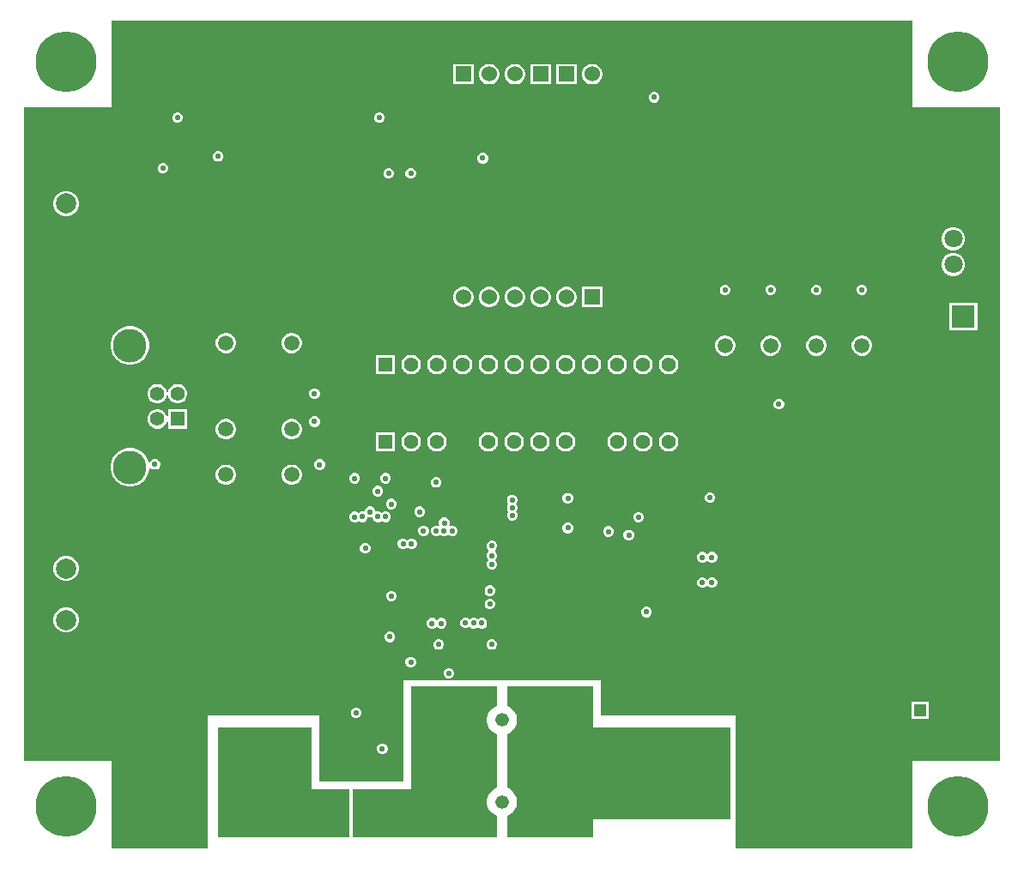
<source format=gbr>
%TF.GenerationSoftware,Altium Limited,Altium Designer,25.2.1 (25)*%
G04 Layer_Physical_Order=3*
G04 Layer_Color=16440176*
%FSLAX43Y43*%
%MOMM*%
%TF.SameCoordinates,14BE83A4-B3EB-4770-8DB1-726BE69DDD70*%
%TF.FilePolarity,Positive*%
%TF.FileFunction,Copper,L3,Inr,Signal*%
%TF.Part,Single*%
G01*
G75*
%TA.AperFunction,ComponentPad*%
%ADD16C,1.500*%
%ADD17R,1.500X1.500*%
%ADD18C,1.524*%
%ADD19R,1.524X1.524*%
%ADD20C,2.300*%
%ADD21C,1.200*%
%ADD22R,1.200X1.200*%
%ADD23C,2.400*%
%ADD24C,1.325*%
%ADD25C,1.800*%
%ADD26C,2.000*%
%ADD27C,1.425*%
%ADD28C,2.250*%
%ADD29R,1.408X1.408*%
%ADD30C,3.316*%
%ADD31C,1.408*%
%TA.AperFunction,ViaPad*%
%ADD32C,6.000*%
%TA.AperFunction,ComponentPad*%
%ADD33R,1.425X1.425*%
%ADD34R,2.250X2.250*%
%TA.AperFunction,ViaPad*%
%ADD35C,0.550*%
G36*
X56500Y12290D02*
X70040D01*
Y3210D01*
X56500D01*
Y1500D01*
X48000D01*
Y3566D01*
X48199Y3648D01*
X48440Y3809D01*
X48646Y4015D01*
X48807Y4256D01*
X48918Y4525D01*
X48975Y4810D01*
Y5100D01*
X48918Y5385D01*
X48807Y5654D01*
X48646Y5895D01*
X48440Y6101D01*
X48199Y6262D01*
X48000Y6344D01*
Y11656D01*
X48199Y11738D01*
X48440Y11899D01*
X48646Y12105D01*
X48807Y12346D01*
X48918Y12615D01*
X48975Y12900D01*
Y13190D01*
X48918Y13475D01*
X48807Y13744D01*
X48646Y13985D01*
X48440Y14191D01*
X48199Y14352D01*
X48000Y14434D01*
Y16400D01*
X56500D01*
Y12290D01*
D02*
G37*
G36*
X47000Y14434D02*
X46801Y14352D01*
X46560Y14191D01*
X46354Y13985D01*
X46193Y13744D01*
X46082Y13475D01*
X46025Y13190D01*
Y12900D01*
X46082Y12615D01*
X46193Y12346D01*
X46354Y12105D01*
X46560Y11899D01*
X46801Y11738D01*
X47000Y11656D01*
Y6344D01*
X46801Y6262D01*
X46560Y6101D01*
X46354Y5895D01*
X46193Y5654D01*
X46082Y5385D01*
X46025Y5100D01*
Y4810D01*
X46082Y4525D01*
X46193Y4256D01*
X46354Y4015D01*
X46560Y3809D01*
X46801Y3648D01*
X47000Y3566D01*
Y1500D01*
X32800D01*
Y6250D01*
X38500D01*
Y16400D01*
X47000D01*
Y14434D01*
D02*
G37*
G36*
X28750Y6250D02*
X32400D01*
Y1500D01*
X19500D01*
Y12290D01*
X28750D01*
Y6250D01*
D02*
G37*
G36*
X88000Y73500D02*
X96616D01*
Y9000D01*
X88000D01*
Y384D01*
X70500D01*
Y13500D01*
X57250D01*
Y17000D01*
X37750D01*
Y7000D01*
X29500D01*
Y13500D01*
X18500D01*
Y384D01*
X9000D01*
Y9000D01*
X384D01*
Y73500D01*
X9000D01*
Y82116D01*
X88000D01*
Y73500D01*
D02*
G37*
%LPC*%
G36*
X56521Y77798D02*
X56255D01*
X55997Y77729D01*
X55767Y77596D01*
X55578Y77407D01*
X55445Y77177D01*
X55376Y76919D01*
Y76653D01*
X55445Y76395D01*
X55578Y76165D01*
X55767Y75976D01*
X55997Y75843D01*
X56255Y75774D01*
X56521D01*
X56779Y75843D01*
X57009Y75976D01*
X57198Y76165D01*
X57331Y76395D01*
X57400Y76653D01*
Y76919D01*
X57331Y77177D01*
X57198Y77407D01*
X57009Y77596D01*
X56779Y77729D01*
X56521Y77798D01*
D02*
G37*
G36*
X54860D02*
X52836D01*
Y75774D01*
X54860D01*
Y77798D01*
D02*
G37*
G36*
X52320D02*
X50296D01*
Y75774D01*
X52320D01*
Y77798D01*
D02*
G37*
G36*
X48901D02*
X48635D01*
X48377Y77729D01*
X48147Y77596D01*
X47958Y77407D01*
X47825Y77177D01*
X47756Y76919D01*
Y76653D01*
X47825Y76395D01*
X47958Y76165D01*
X48147Y75976D01*
X48377Y75843D01*
X48635Y75774D01*
X48901D01*
X49159Y75843D01*
X49389Y75976D01*
X49578Y76165D01*
X49711Y76395D01*
X49780Y76653D01*
Y76919D01*
X49711Y77177D01*
X49578Y77407D01*
X49389Y77596D01*
X49159Y77729D01*
X48901Y77798D01*
D02*
G37*
G36*
X46361D02*
X46095D01*
X45837Y77729D01*
X45607Y77596D01*
X45418Y77407D01*
X45285Y77177D01*
X45216Y76919D01*
Y76653D01*
X45285Y76395D01*
X45418Y76165D01*
X45607Y75976D01*
X45837Y75843D01*
X46095Y75774D01*
X46361D01*
X46619Y75843D01*
X46849Y75976D01*
X47038Y76165D01*
X47171Y76395D01*
X47240Y76653D01*
Y76919D01*
X47171Y77177D01*
X47038Y77407D01*
X46849Y77596D01*
X46619Y77729D01*
X46361Y77798D01*
D02*
G37*
G36*
X44700D02*
X42676D01*
Y75774D01*
X44700D01*
Y77798D01*
D02*
G37*
G36*
X62604Y75025D02*
X62396D01*
X62203Y74945D01*
X62055Y74797D01*
X61975Y74604D01*
Y74396D01*
X62055Y74203D01*
X62203Y74055D01*
X62396Y73975D01*
X62604D01*
X62797Y74055D01*
X62945Y74203D01*
X63025Y74396D01*
Y74604D01*
X62945Y74797D01*
X62797Y74945D01*
X62604Y75025D01*
D02*
G37*
G36*
X35504Y73025D02*
X35296D01*
X35103Y72945D01*
X34955Y72797D01*
X34875Y72604D01*
Y72396D01*
X34955Y72203D01*
X35103Y72055D01*
X35296Y71975D01*
X35504D01*
X35697Y72055D01*
X35845Y72203D01*
X35925Y72396D01*
Y72604D01*
X35845Y72797D01*
X35697Y72945D01*
X35504Y73025D01*
D02*
G37*
G36*
X15604D02*
X15396D01*
X15203Y72945D01*
X15055Y72797D01*
X14975Y72604D01*
Y72396D01*
X15055Y72203D01*
X15203Y72055D01*
X15396Y71975D01*
X15604D01*
X15797Y72055D01*
X15945Y72203D01*
X16025Y72396D01*
Y72604D01*
X15945Y72797D01*
X15797Y72945D01*
X15604Y73025D01*
D02*
G37*
G36*
X19604Y69200D02*
X19396D01*
X19203Y69120D01*
X19055Y68972D01*
X18975Y68779D01*
Y68571D01*
X19055Y68378D01*
X19203Y68230D01*
X19396Y68150D01*
X19604D01*
X19797Y68230D01*
X19945Y68378D01*
X20025Y68571D01*
Y68779D01*
X19945Y68972D01*
X19797Y69120D01*
X19604Y69200D01*
D02*
G37*
G36*
X45704Y69025D02*
X45496D01*
X45303Y68945D01*
X45155Y68797D01*
X45075Y68604D01*
Y68396D01*
X45155Y68203D01*
X45303Y68055D01*
X45496Y67975D01*
X45704D01*
X45897Y68055D01*
X46045Y68203D01*
X46125Y68396D01*
Y68604D01*
X46045Y68797D01*
X45897Y68945D01*
X45704Y69025D01*
D02*
G37*
G36*
X14164Y68025D02*
X13955D01*
X13763Y67945D01*
X13615Y67797D01*
X13535Y67604D01*
Y67396D01*
X13615Y67203D01*
X13763Y67055D01*
X13955Y66975D01*
X14164D01*
X14357Y67055D01*
X14505Y67203D01*
X14585Y67396D01*
Y67604D01*
X14505Y67797D01*
X14357Y67945D01*
X14164Y68025D01*
D02*
G37*
G36*
X38604Y67525D02*
X38396D01*
X38203Y67445D01*
X38055Y67297D01*
X37975Y67104D01*
Y66896D01*
X38055Y66703D01*
X38203Y66555D01*
X38396Y66475D01*
X38604D01*
X38797Y66555D01*
X38945Y66703D01*
X39025Y66896D01*
Y67104D01*
X38945Y67297D01*
X38797Y67445D01*
X38604Y67525D01*
D02*
G37*
G36*
X36426D02*
X36218D01*
X36025Y67445D01*
X35877Y67297D01*
X35797Y67104D01*
Y66896D01*
X35877Y66703D01*
X36025Y66555D01*
X36218Y66475D01*
X36426D01*
X36619Y66555D01*
X36767Y66703D01*
X36847Y66896D01*
Y67104D01*
X36767Y67297D01*
X36619Y67445D01*
X36426Y67525D01*
D02*
G37*
G36*
X4665Y65250D02*
X4335D01*
X4018Y65165D01*
X3732Y65000D01*
X3500Y64768D01*
X3335Y64482D01*
X3250Y64165D01*
Y63835D01*
X3335Y63518D01*
X3500Y63232D01*
X3732Y63000D01*
X4018Y62835D01*
X4335Y62750D01*
X4665D01*
X4982Y62835D01*
X5268Y63000D01*
X5500Y63232D01*
X5665Y63518D01*
X5750Y63835D01*
Y64165D01*
X5665Y64482D01*
X5500Y64768D01*
X5268Y65000D01*
X4982Y65165D01*
X4665Y65250D01*
D02*
G37*
G36*
X92151Y61690D02*
X91849D01*
X91556Y61612D01*
X91294Y61460D01*
X91080Y61246D01*
X90928Y60984D01*
X90850Y60691D01*
Y60389D01*
X90928Y60096D01*
X91080Y59834D01*
X91294Y59620D01*
X91556Y59468D01*
X91849Y59390D01*
X92151D01*
X92444Y59468D01*
X92706Y59620D01*
X92920Y59834D01*
X93072Y60096D01*
X93150Y60389D01*
Y60691D01*
X93072Y60984D01*
X92920Y61246D01*
X92706Y61460D01*
X92444Y61612D01*
X92151Y61690D01*
D02*
G37*
G36*
Y59150D02*
X91849D01*
X91556Y59072D01*
X91294Y58920D01*
X91080Y58706D01*
X90928Y58444D01*
X90850Y58151D01*
Y57849D01*
X90928Y57556D01*
X91080Y57294D01*
X91294Y57080D01*
X91556Y56928D01*
X91849Y56850D01*
X92151D01*
X92444Y56928D01*
X92706Y57080D01*
X92920Y57294D01*
X93072Y57556D01*
X93150Y57849D01*
Y58151D01*
X93072Y58444D01*
X92920Y58706D01*
X92706Y58920D01*
X92444Y59072D01*
X92151Y59150D01*
D02*
G37*
G36*
X83104Y56025D02*
X82896D01*
X82703Y55945D01*
X82555Y55797D01*
X82475Y55604D01*
Y55396D01*
X82555Y55203D01*
X82703Y55055D01*
X82896Y54975D01*
X83104D01*
X83297Y55055D01*
X83445Y55203D01*
X83525Y55396D01*
Y55604D01*
X83445Y55797D01*
X83297Y55945D01*
X83104Y56025D01*
D02*
G37*
G36*
X74104D02*
X73896D01*
X73703Y55945D01*
X73555Y55797D01*
X73475Y55604D01*
Y55396D01*
X73555Y55203D01*
X73703Y55055D01*
X73896Y54975D01*
X74104D01*
X74297Y55055D01*
X74445Y55203D01*
X74525Y55396D01*
Y55604D01*
X74445Y55797D01*
X74297Y55945D01*
X74104Y56025D01*
D02*
G37*
G36*
X78604Y56010D02*
X78396D01*
X78203Y55930D01*
X78055Y55782D01*
X77975Y55589D01*
Y55380D01*
X78055Y55188D01*
X78203Y55040D01*
X78396Y54960D01*
X78604D01*
X78797Y55040D01*
X78945Y55188D01*
X79025Y55380D01*
Y55589D01*
X78945Y55782D01*
X78797Y55930D01*
X78604Y56010D01*
D02*
G37*
G36*
X69604D02*
X69396D01*
X69203Y55930D01*
X69055Y55782D01*
X68975Y55589D01*
Y55380D01*
X69055Y55188D01*
X69203Y55040D01*
X69396Y54960D01*
X69604D01*
X69797Y55040D01*
X69945Y55188D01*
X70025Y55380D01*
Y55589D01*
X69945Y55782D01*
X69797Y55930D01*
X69604Y56010D01*
D02*
G37*
G36*
X57400Y55798D02*
X55376D01*
Y53774D01*
X57400D01*
Y55798D01*
D02*
G37*
G36*
X53981D02*
X53715D01*
X53457Y55729D01*
X53227Y55596D01*
X53038Y55407D01*
X52905Y55177D01*
X52836Y54919D01*
Y54653D01*
X52905Y54395D01*
X53038Y54165D01*
X53227Y53976D01*
X53457Y53843D01*
X53715Y53774D01*
X53981D01*
X54239Y53843D01*
X54469Y53976D01*
X54658Y54165D01*
X54791Y54395D01*
X54860Y54653D01*
Y54919D01*
X54791Y55177D01*
X54658Y55407D01*
X54469Y55596D01*
X54239Y55729D01*
X53981Y55798D01*
D02*
G37*
G36*
X51441D02*
X51175D01*
X50917Y55729D01*
X50687Y55596D01*
X50498Y55407D01*
X50365Y55177D01*
X50296Y54919D01*
Y54653D01*
X50365Y54395D01*
X50498Y54165D01*
X50687Y53976D01*
X50917Y53843D01*
X51175Y53774D01*
X51441D01*
X51699Y53843D01*
X51929Y53976D01*
X52118Y54165D01*
X52251Y54395D01*
X52320Y54653D01*
Y54919D01*
X52251Y55177D01*
X52118Y55407D01*
X51929Y55596D01*
X51699Y55729D01*
X51441Y55798D01*
D02*
G37*
G36*
X48901D02*
X48635D01*
X48377Y55729D01*
X48147Y55596D01*
X47958Y55407D01*
X47825Y55177D01*
X47756Y54919D01*
Y54653D01*
X47825Y54395D01*
X47958Y54165D01*
X48147Y53976D01*
X48377Y53843D01*
X48635Y53774D01*
X48901D01*
X49159Y53843D01*
X49389Y53976D01*
X49578Y54165D01*
X49711Y54395D01*
X49780Y54653D01*
Y54919D01*
X49711Y55177D01*
X49578Y55407D01*
X49389Y55596D01*
X49159Y55729D01*
X48901Y55798D01*
D02*
G37*
G36*
X46361D02*
X46095D01*
X45837Y55729D01*
X45607Y55596D01*
X45418Y55407D01*
X45285Y55177D01*
X45216Y54919D01*
Y54653D01*
X45285Y54395D01*
X45418Y54165D01*
X45607Y53976D01*
X45837Y53843D01*
X46095Y53774D01*
X46361D01*
X46619Y53843D01*
X46849Y53976D01*
X47038Y54165D01*
X47171Y54395D01*
X47240Y54653D01*
Y54919D01*
X47171Y55177D01*
X47038Y55407D01*
X46849Y55596D01*
X46619Y55729D01*
X46361Y55798D01*
D02*
G37*
G36*
X43821D02*
X43555D01*
X43297Y55729D01*
X43067Y55596D01*
X42878Y55407D01*
X42745Y55177D01*
X42676Y54919D01*
Y54653D01*
X42745Y54395D01*
X42878Y54165D01*
X43067Y53976D01*
X43297Y53843D01*
X43555Y53774D01*
X43821D01*
X44079Y53843D01*
X44309Y53976D01*
X44498Y54165D01*
X44631Y54395D01*
X44700Y54653D01*
Y54919D01*
X44631Y55177D01*
X44498Y55407D01*
X44309Y55596D01*
X44079Y55729D01*
X43821Y55798D01*
D02*
G37*
G36*
X94375Y54225D02*
X91625D01*
Y51475D01*
X94375D01*
Y54225D01*
D02*
G37*
G36*
X26882Y51250D02*
X26618D01*
X26364Y51182D01*
X26136Y51050D01*
X25950Y50864D01*
X25818Y50636D01*
X25750Y50382D01*
Y50118D01*
X25818Y49864D01*
X25950Y49636D01*
X26136Y49450D01*
X26364Y49318D01*
X26618Y49250D01*
X26882D01*
X27136Y49318D01*
X27364Y49450D01*
X27550Y49636D01*
X27682Y49864D01*
X27750Y50118D01*
Y50382D01*
X27682Y50636D01*
X27550Y50864D01*
X27364Y51050D01*
X27136Y51182D01*
X26882Y51250D01*
D02*
G37*
G36*
X20382D02*
X20118D01*
X19864Y51182D01*
X19636Y51050D01*
X19450Y50864D01*
X19318Y50636D01*
X19250Y50382D01*
Y50118D01*
X19318Y49864D01*
X19450Y49636D01*
X19636Y49450D01*
X19864Y49318D01*
X20118Y49250D01*
X20382D01*
X20636Y49318D01*
X20864Y49450D01*
X21050Y49636D01*
X21182Y49864D01*
X21250Y50118D01*
Y50382D01*
X21182Y50636D01*
X21050Y50864D01*
X20864Y51050D01*
X20636Y51182D01*
X20382Y51250D01*
D02*
G37*
G36*
X83132Y51000D02*
X82868D01*
X82614Y50932D01*
X82386Y50800D01*
X82200Y50614D01*
X82068Y50386D01*
X82000Y50132D01*
Y49868D01*
X82068Y49614D01*
X82200Y49386D01*
X82386Y49200D01*
X82614Y49068D01*
X82868Y49000D01*
X83132D01*
X83386Y49068D01*
X83614Y49200D01*
X83800Y49386D01*
X83932Y49614D01*
X84000Y49868D01*
Y50132D01*
X83932Y50386D01*
X83800Y50614D01*
X83614Y50800D01*
X83386Y50932D01*
X83132Y51000D01*
D02*
G37*
G36*
X78632D02*
X78368D01*
X78114Y50932D01*
X77886Y50800D01*
X77700Y50614D01*
X77568Y50386D01*
X77500Y50132D01*
Y49868D01*
X77568Y49614D01*
X77700Y49386D01*
X77886Y49200D01*
X78114Y49068D01*
X78368Y49000D01*
X78632D01*
X78886Y49068D01*
X79114Y49200D01*
X79300Y49386D01*
X79432Y49614D01*
X79500Y49868D01*
Y50132D01*
X79432Y50386D01*
X79300Y50614D01*
X79114Y50800D01*
X78886Y50932D01*
X78632Y51000D01*
D02*
G37*
G36*
X74132D02*
X73868D01*
X73614Y50932D01*
X73386Y50800D01*
X73200Y50614D01*
X73068Y50386D01*
X73000Y50132D01*
Y49868D01*
X73068Y49614D01*
X73200Y49386D01*
X73386Y49200D01*
X73614Y49068D01*
X73868Y49000D01*
X74132D01*
X74386Y49068D01*
X74614Y49200D01*
X74800Y49386D01*
X74932Y49614D01*
X75000Y49868D01*
Y50132D01*
X74932Y50386D01*
X74800Y50614D01*
X74614Y50800D01*
X74386Y50932D01*
X74132Y51000D01*
D02*
G37*
G36*
X69632D02*
X69368D01*
X69114Y50932D01*
X68886Y50800D01*
X68700Y50614D01*
X68568Y50386D01*
X68500Y50132D01*
Y49868D01*
X68568Y49614D01*
X68700Y49386D01*
X68886Y49200D01*
X69114Y49068D01*
X69368Y49000D01*
X69632D01*
X69886Y49068D01*
X70114Y49200D01*
X70300Y49386D01*
X70432Y49614D01*
X70500Y49868D01*
Y50132D01*
X70432Y50386D01*
X70300Y50614D01*
X70114Y50800D01*
X69886Y50932D01*
X69632Y51000D01*
D02*
G37*
G36*
X10988Y51928D02*
X10612D01*
X10243Y51855D01*
X9896Y51711D01*
X9584Y51502D01*
X9318Y51236D01*
X9109Y50924D01*
X8965Y50577D01*
X8892Y50208D01*
Y49832D01*
X8965Y49463D01*
X9109Y49116D01*
X9318Y48804D01*
X9584Y48538D01*
X9896Y48329D01*
X10243Y48185D01*
X10612Y48112D01*
X10988D01*
X11357Y48185D01*
X11704Y48329D01*
X12016Y48538D01*
X12282Y48804D01*
X12491Y49116D01*
X12635Y49463D01*
X12708Y49832D01*
Y50208D01*
X12635Y50577D01*
X12491Y50924D01*
X12282Y51236D01*
X12016Y51502D01*
X11704Y51711D01*
X11357Y51855D01*
X10988Y51928D01*
D02*
G37*
G36*
X64067Y49082D02*
X63814D01*
X63569Y49017D01*
X63349Y48890D01*
X63170Y48711D01*
X63043Y48491D01*
X62978Y48247D01*
Y47993D01*
X63043Y47748D01*
X63170Y47529D01*
X63349Y47350D01*
X63569Y47223D01*
X63814Y47157D01*
X64067D01*
X64312Y47223D01*
X64531Y47350D01*
X64711Y47529D01*
X64837Y47748D01*
X64903Y47993D01*
Y48247D01*
X64837Y48491D01*
X64711Y48711D01*
X64531Y48890D01*
X64312Y49017D01*
X64067Y49082D01*
D02*
G37*
G36*
X61527D02*
X61274D01*
X61029Y49017D01*
X60809Y48890D01*
X60630Y48711D01*
X60503Y48491D01*
X60438Y48247D01*
Y47993D01*
X60503Y47748D01*
X60630Y47529D01*
X60809Y47350D01*
X61029Y47223D01*
X61274Y47157D01*
X61527D01*
X61772Y47223D01*
X61991Y47350D01*
X62171Y47529D01*
X62297Y47748D01*
X62363Y47993D01*
Y48247D01*
X62297Y48491D01*
X62171Y48711D01*
X61991Y48890D01*
X61772Y49017D01*
X61527Y49082D01*
D02*
G37*
G36*
X58987D02*
X58734D01*
X58489Y49017D01*
X58269Y48890D01*
X58090Y48711D01*
X57963Y48491D01*
X57898Y48247D01*
Y47993D01*
X57963Y47748D01*
X58090Y47529D01*
X58269Y47350D01*
X58489Y47223D01*
X58734Y47157D01*
X58987D01*
X59232Y47223D01*
X59451Y47350D01*
X59631Y47529D01*
X59757Y47748D01*
X59823Y47993D01*
Y48247D01*
X59757Y48491D01*
X59631Y48711D01*
X59451Y48890D01*
X59232Y49017D01*
X58987Y49082D01*
D02*
G37*
G36*
X56447D02*
X56194D01*
X55949Y49017D01*
X55729Y48890D01*
X55550Y48711D01*
X55423Y48491D01*
X55358Y48247D01*
Y47993D01*
X55423Y47748D01*
X55550Y47529D01*
X55729Y47350D01*
X55949Y47223D01*
X56194Y47157D01*
X56447D01*
X56692Y47223D01*
X56911Y47350D01*
X57091Y47529D01*
X57217Y47748D01*
X57283Y47993D01*
Y48247D01*
X57217Y48491D01*
X57091Y48711D01*
X56911Y48890D01*
X56692Y49017D01*
X56447Y49082D01*
D02*
G37*
G36*
X53907D02*
X53654D01*
X53409Y49017D01*
X53189Y48890D01*
X53010Y48711D01*
X52883Y48491D01*
X52818Y48247D01*
Y47993D01*
X52883Y47748D01*
X53010Y47529D01*
X53189Y47350D01*
X53409Y47223D01*
X53654Y47157D01*
X53907D01*
X54152Y47223D01*
X54371Y47350D01*
X54551Y47529D01*
X54677Y47748D01*
X54743Y47993D01*
Y48247D01*
X54677Y48491D01*
X54551Y48711D01*
X54371Y48890D01*
X54152Y49017D01*
X53907Y49082D01*
D02*
G37*
G36*
X51367D02*
X51114D01*
X50869Y49017D01*
X50649Y48890D01*
X50470Y48711D01*
X50343Y48491D01*
X50278Y48247D01*
Y47993D01*
X50343Y47748D01*
X50470Y47529D01*
X50649Y47350D01*
X50869Y47223D01*
X51114Y47157D01*
X51367D01*
X51612Y47223D01*
X51831Y47350D01*
X52011Y47529D01*
X52137Y47748D01*
X52203Y47993D01*
Y48247D01*
X52137Y48491D01*
X52011Y48711D01*
X51831Y48890D01*
X51612Y49017D01*
X51367Y49082D01*
D02*
G37*
G36*
X48827D02*
X48574D01*
X48329Y49017D01*
X48109Y48890D01*
X47930Y48711D01*
X47803Y48491D01*
X47738Y48247D01*
Y47993D01*
X47803Y47748D01*
X47930Y47529D01*
X48109Y47350D01*
X48329Y47223D01*
X48574Y47157D01*
X48827D01*
X49072Y47223D01*
X49291Y47350D01*
X49471Y47529D01*
X49597Y47748D01*
X49663Y47993D01*
Y48247D01*
X49597Y48491D01*
X49471Y48711D01*
X49291Y48890D01*
X49072Y49017D01*
X48827Y49082D01*
D02*
G37*
G36*
X46287D02*
X46034D01*
X45789Y49017D01*
X45569Y48890D01*
X45390Y48711D01*
X45263Y48491D01*
X45198Y48247D01*
Y47993D01*
X45263Y47748D01*
X45390Y47529D01*
X45569Y47350D01*
X45789Y47223D01*
X46034Y47157D01*
X46287D01*
X46532Y47223D01*
X46751Y47350D01*
X46931Y47529D01*
X47057Y47748D01*
X47123Y47993D01*
Y48247D01*
X47057Y48491D01*
X46931Y48711D01*
X46751Y48890D01*
X46532Y49017D01*
X46287Y49082D01*
D02*
G37*
G36*
X43747D02*
X43494D01*
X43249Y49017D01*
X43029Y48890D01*
X42850Y48711D01*
X42723Y48491D01*
X42658Y48247D01*
Y47993D01*
X42723Y47748D01*
X42850Y47529D01*
X43029Y47350D01*
X43249Y47223D01*
X43494Y47157D01*
X43747D01*
X43992Y47223D01*
X44211Y47350D01*
X44391Y47529D01*
X44517Y47748D01*
X44583Y47993D01*
Y48247D01*
X44517Y48491D01*
X44391Y48711D01*
X44211Y48890D01*
X43992Y49017D01*
X43747Y49082D01*
D02*
G37*
G36*
X41207D02*
X40954D01*
X40709Y49017D01*
X40489Y48890D01*
X40310Y48711D01*
X40183Y48491D01*
X40118Y48247D01*
Y47993D01*
X40183Y47748D01*
X40310Y47529D01*
X40489Y47350D01*
X40709Y47223D01*
X40954Y47157D01*
X41207D01*
X41452Y47223D01*
X41671Y47350D01*
X41851Y47529D01*
X41977Y47748D01*
X42043Y47993D01*
Y48247D01*
X41977Y48491D01*
X41851Y48711D01*
X41671Y48890D01*
X41452Y49017D01*
X41207Y49082D01*
D02*
G37*
G36*
X38667D02*
X38414D01*
X38169Y49017D01*
X37949Y48890D01*
X37770Y48711D01*
X37643Y48491D01*
X37578Y48247D01*
Y47993D01*
X37643Y47748D01*
X37770Y47529D01*
X37949Y47350D01*
X38169Y47223D01*
X38414Y47157D01*
X38667D01*
X38912Y47223D01*
X39131Y47350D01*
X39311Y47529D01*
X39437Y47748D01*
X39503Y47993D01*
Y48247D01*
X39437Y48491D01*
X39311Y48711D01*
X39131Y48890D01*
X38912Y49017D01*
X38667Y49082D01*
D02*
G37*
G36*
X36963D02*
X35038D01*
Y47157D01*
X36963D01*
Y49082D01*
D02*
G37*
G36*
X15626Y46204D02*
X15374D01*
X15132Y46139D01*
X14914Y46013D01*
X14737Y45836D01*
X14611Y45618D01*
X14566Y45449D01*
X14434D01*
X14389Y45618D01*
X14263Y45836D01*
X14086Y46013D01*
X13868Y46139D01*
X13626Y46204D01*
X13374D01*
X13132Y46139D01*
X12914Y46013D01*
X12737Y45836D01*
X12611Y45618D01*
X12546Y45376D01*
Y45124D01*
X12611Y44882D01*
X12737Y44664D01*
X12914Y44487D01*
X13132Y44361D01*
X13374Y44296D01*
X13626D01*
X13868Y44361D01*
X14086Y44487D01*
X14263Y44664D01*
X14389Y44882D01*
X14434Y45051D01*
X14566D01*
X14611Y44882D01*
X14737Y44664D01*
X14914Y44487D01*
X15132Y44361D01*
X15374Y44296D01*
X15626D01*
X15868Y44361D01*
X16086Y44487D01*
X16263Y44664D01*
X16389Y44882D01*
X16454Y45124D01*
Y45376D01*
X16389Y45618D01*
X16263Y45836D01*
X16086Y46013D01*
X15868Y46139D01*
X15626Y46204D01*
D02*
G37*
G36*
X29104Y45775D02*
X28896D01*
X28703Y45695D01*
X28555Y45547D01*
X28475Y45354D01*
Y45146D01*
X28555Y44953D01*
X28703Y44805D01*
X28896Y44725D01*
X29104D01*
X29297Y44805D01*
X29445Y44953D01*
X29525Y45146D01*
Y45354D01*
X29445Y45547D01*
X29297Y45695D01*
X29104Y45775D01*
D02*
G37*
G36*
X74907Y44741D02*
X74699D01*
X74506Y44661D01*
X74358Y44513D01*
X74278Y44320D01*
Y44112D01*
X74358Y43919D01*
X74506Y43771D01*
X74699Y43691D01*
X74907D01*
X75100Y43771D01*
X75248Y43919D01*
X75328Y44112D01*
Y44320D01*
X75248Y44513D01*
X75100Y44661D01*
X74907Y44741D01*
D02*
G37*
G36*
X16454Y43704D02*
X14546D01*
Y43023D01*
X14419Y43006D01*
X14389Y43118D01*
X14263Y43336D01*
X14086Y43513D01*
X13868Y43639D01*
X13626Y43704D01*
X13374D01*
X13132Y43639D01*
X12914Y43513D01*
X12737Y43336D01*
X12611Y43118D01*
X12546Y42876D01*
Y42624D01*
X12611Y42382D01*
X12737Y42164D01*
X12914Y41987D01*
X13132Y41861D01*
X13374Y41796D01*
X13626D01*
X13868Y41861D01*
X14086Y41987D01*
X14263Y42164D01*
X14389Y42382D01*
X14419Y42494D01*
X14546Y42477D01*
Y41796D01*
X16454D01*
Y43704D01*
D02*
G37*
G36*
X29104Y43025D02*
X28896D01*
X28703Y42945D01*
X28555Y42797D01*
X28475Y42604D01*
Y42396D01*
X28555Y42203D01*
X28703Y42055D01*
X28896Y41975D01*
X29104D01*
X29297Y42055D01*
X29445Y42203D01*
X29525Y42396D01*
Y42604D01*
X29445Y42797D01*
X29297Y42945D01*
X29104Y43025D01*
D02*
G37*
G36*
X26882Y42750D02*
X26618D01*
X26364Y42682D01*
X26136Y42550D01*
X25950Y42364D01*
X25818Y42136D01*
X25750Y41882D01*
Y41618D01*
X25818Y41364D01*
X25950Y41136D01*
X26136Y40950D01*
X26364Y40818D01*
X26618Y40750D01*
X26882D01*
X27136Y40818D01*
X27364Y40950D01*
X27550Y41136D01*
X27682Y41364D01*
X27750Y41618D01*
Y41882D01*
X27682Y42136D01*
X27550Y42364D01*
X27364Y42550D01*
X27136Y42682D01*
X26882Y42750D01*
D02*
G37*
G36*
X20382D02*
X20118D01*
X19864Y42682D01*
X19636Y42550D01*
X19450Y42364D01*
X19318Y42136D01*
X19250Y41882D01*
Y41618D01*
X19318Y41364D01*
X19450Y41136D01*
X19636Y40950D01*
X19864Y40818D01*
X20118Y40750D01*
X20382D01*
X20636Y40818D01*
X20864Y40950D01*
X21050Y41136D01*
X21182Y41364D01*
X21250Y41618D01*
Y41882D01*
X21182Y42136D01*
X21050Y42364D01*
X20864Y42550D01*
X20636Y42682D01*
X20382Y42750D01*
D02*
G37*
G36*
X64067Y41462D02*
X63814D01*
X63569Y41397D01*
X63349Y41270D01*
X63170Y41091D01*
X63043Y40871D01*
X62978Y40627D01*
Y40373D01*
X63043Y40128D01*
X63170Y39909D01*
X63349Y39730D01*
X63569Y39603D01*
X63814Y39537D01*
X64067D01*
X64312Y39603D01*
X64531Y39730D01*
X64711Y39909D01*
X64837Y40128D01*
X64903Y40373D01*
Y40627D01*
X64837Y40871D01*
X64711Y41091D01*
X64531Y41270D01*
X64312Y41397D01*
X64067Y41462D01*
D02*
G37*
G36*
X61527D02*
X61274D01*
X61029Y41397D01*
X60809Y41270D01*
X60630Y41091D01*
X60503Y40871D01*
X60438Y40627D01*
Y40373D01*
X60503Y40128D01*
X60630Y39909D01*
X60809Y39730D01*
X61029Y39603D01*
X61274Y39537D01*
X61527D01*
X61772Y39603D01*
X61991Y39730D01*
X62171Y39909D01*
X62297Y40128D01*
X62363Y40373D01*
Y40627D01*
X62297Y40871D01*
X62171Y41091D01*
X61991Y41270D01*
X61772Y41397D01*
X61527Y41462D01*
D02*
G37*
G36*
X58987D02*
X58734D01*
X58489Y41397D01*
X58269Y41270D01*
X58090Y41091D01*
X57963Y40871D01*
X57898Y40627D01*
Y40373D01*
X57963Y40128D01*
X58090Y39909D01*
X58269Y39730D01*
X58489Y39603D01*
X58734Y39537D01*
X58987D01*
X59232Y39603D01*
X59451Y39730D01*
X59631Y39909D01*
X59757Y40128D01*
X59823Y40373D01*
Y40627D01*
X59757Y40871D01*
X59631Y41091D01*
X59451Y41270D01*
X59232Y41397D01*
X58987Y41462D01*
D02*
G37*
G36*
X53907D02*
X53654D01*
X53409Y41397D01*
X53189Y41270D01*
X53010Y41091D01*
X52883Y40871D01*
X52818Y40627D01*
Y40373D01*
X52883Y40128D01*
X53010Y39909D01*
X53189Y39730D01*
X53409Y39603D01*
X53654Y39537D01*
X53907D01*
X54152Y39603D01*
X54371Y39730D01*
X54551Y39909D01*
X54677Y40128D01*
X54743Y40373D01*
Y40627D01*
X54677Y40871D01*
X54551Y41091D01*
X54371Y41270D01*
X54152Y41397D01*
X53907Y41462D01*
D02*
G37*
G36*
X51367D02*
X51114D01*
X50869Y41397D01*
X50649Y41270D01*
X50470Y41091D01*
X50343Y40871D01*
X50278Y40627D01*
Y40373D01*
X50343Y40128D01*
X50470Y39909D01*
X50649Y39730D01*
X50869Y39603D01*
X51114Y39537D01*
X51367D01*
X51612Y39603D01*
X51831Y39730D01*
X52011Y39909D01*
X52137Y40128D01*
X52203Y40373D01*
Y40627D01*
X52137Y40871D01*
X52011Y41091D01*
X51831Y41270D01*
X51612Y41397D01*
X51367Y41462D01*
D02*
G37*
G36*
X48827D02*
X48574D01*
X48329Y41397D01*
X48109Y41270D01*
X47930Y41091D01*
X47803Y40871D01*
X47738Y40627D01*
Y40373D01*
X47803Y40128D01*
X47930Y39909D01*
X48109Y39730D01*
X48329Y39603D01*
X48574Y39537D01*
X48827D01*
X49072Y39603D01*
X49291Y39730D01*
X49471Y39909D01*
X49597Y40128D01*
X49663Y40373D01*
Y40627D01*
X49597Y40871D01*
X49471Y41091D01*
X49291Y41270D01*
X49072Y41397D01*
X48827Y41462D01*
D02*
G37*
G36*
X46287D02*
X46034D01*
X45789Y41397D01*
X45569Y41270D01*
X45390Y41091D01*
X45263Y40871D01*
X45198Y40627D01*
Y40373D01*
X45263Y40128D01*
X45390Y39909D01*
X45569Y39730D01*
X45789Y39603D01*
X46034Y39537D01*
X46287D01*
X46532Y39603D01*
X46751Y39730D01*
X46931Y39909D01*
X47057Y40128D01*
X47123Y40373D01*
Y40627D01*
X47057Y40871D01*
X46931Y41091D01*
X46751Y41270D01*
X46532Y41397D01*
X46287Y41462D01*
D02*
G37*
G36*
X41207D02*
X40954D01*
X40709Y41397D01*
X40489Y41270D01*
X40310Y41091D01*
X40183Y40871D01*
X40118Y40627D01*
Y40373D01*
X40183Y40128D01*
X40310Y39909D01*
X40489Y39730D01*
X40709Y39603D01*
X40954Y39537D01*
X41207D01*
X41452Y39603D01*
X41671Y39730D01*
X41851Y39909D01*
X41977Y40128D01*
X42043Y40373D01*
Y40627D01*
X41977Y40871D01*
X41851Y41091D01*
X41671Y41270D01*
X41452Y41397D01*
X41207Y41462D01*
D02*
G37*
G36*
X38667D02*
X38414D01*
X38169Y41397D01*
X37949Y41270D01*
X37770Y41091D01*
X37643Y40871D01*
X37578Y40627D01*
Y40373D01*
X37643Y40128D01*
X37770Y39909D01*
X37949Y39730D01*
X38169Y39603D01*
X38414Y39537D01*
X38667D01*
X38912Y39603D01*
X39131Y39730D01*
X39311Y39909D01*
X39437Y40128D01*
X39503Y40373D01*
Y40627D01*
X39437Y40871D01*
X39311Y41091D01*
X39131Y41270D01*
X38912Y41397D01*
X38667Y41462D01*
D02*
G37*
G36*
X36963D02*
X35038D01*
Y39537D01*
X36963D01*
Y41462D01*
D02*
G37*
G36*
X10988Y39888D02*
X10612D01*
X10243Y39815D01*
X9896Y39671D01*
X9584Y39462D01*
X9318Y39196D01*
X9109Y38884D01*
X8965Y38537D01*
X8892Y38168D01*
Y37792D01*
X8965Y37423D01*
X9109Y37076D01*
X9318Y36764D01*
X9584Y36498D01*
X9896Y36289D01*
X10243Y36145D01*
X10612Y36072D01*
X10988D01*
X11357Y36145D01*
X11704Y36289D01*
X12016Y36498D01*
X12282Y36764D01*
X12491Y37076D01*
X12635Y37423D01*
X12708Y37792D01*
Y37910D01*
X12835Y37953D01*
X12953Y37835D01*
X13146Y37755D01*
X13354D01*
X13547Y37835D01*
X13695Y37983D01*
X13775Y38176D01*
Y38384D01*
X13695Y38577D01*
X13547Y38725D01*
X13354Y38805D01*
X13146D01*
X12953Y38725D01*
X12805Y38577D01*
X12772Y38498D01*
X12640Y38511D01*
X12635Y38537D01*
X12491Y38884D01*
X12282Y39196D01*
X12016Y39462D01*
X11704Y39671D01*
X11357Y39815D01*
X10988Y39888D01*
D02*
G37*
G36*
X29604Y38775D02*
X29396D01*
X29203Y38695D01*
X29055Y38547D01*
X28975Y38354D01*
Y38146D01*
X29055Y37953D01*
X29203Y37805D01*
X29396Y37725D01*
X29604D01*
X29797Y37805D01*
X29945Y37953D01*
X30025Y38146D01*
Y38354D01*
X29945Y38547D01*
X29797Y38695D01*
X29604Y38775D01*
D02*
G37*
G36*
X36104Y37430D02*
X35896D01*
X35703Y37350D01*
X35555Y37202D01*
X35475Y37009D01*
Y36800D01*
X35555Y36608D01*
X35703Y36460D01*
X35896Y36380D01*
X36104D01*
X36297Y36460D01*
X36445Y36608D01*
X36525Y36800D01*
Y37009D01*
X36445Y37202D01*
X36297Y37350D01*
X36104Y37430D01*
D02*
G37*
G36*
X33067D02*
X32858D01*
X32665Y37350D01*
X32518Y37202D01*
X32438Y37009D01*
Y36800D01*
X32518Y36608D01*
X32665Y36460D01*
X32858Y36380D01*
X33067D01*
X33260Y36460D01*
X33408Y36608D01*
X33488Y36800D01*
Y37009D01*
X33408Y37202D01*
X33260Y37350D01*
X33067Y37430D01*
D02*
G37*
G36*
X26882Y38250D02*
X26618D01*
X26364Y38182D01*
X26136Y38050D01*
X25950Y37864D01*
X25818Y37636D01*
X25750Y37382D01*
Y37118D01*
X25818Y36864D01*
X25950Y36636D01*
X26136Y36450D01*
X26364Y36318D01*
X26618Y36250D01*
X26882D01*
X27136Y36318D01*
X27364Y36450D01*
X27550Y36636D01*
X27682Y36864D01*
X27750Y37118D01*
Y37382D01*
X27682Y37636D01*
X27550Y37864D01*
X27364Y38050D01*
X27136Y38182D01*
X26882Y38250D01*
D02*
G37*
G36*
X20382D02*
X20118D01*
X19864Y38182D01*
X19636Y38050D01*
X19450Y37864D01*
X19318Y37636D01*
X19250Y37382D01*
Y37118D01*
X19318Y36864D01*
X19450Y36636D01*
X19636Y36450D01*
X19864Y36318D01*
X20118Y36250D01*
X20382D01*
X20636Y36318D01*
X20864Y36450D01*
X21050Y36636D01*
X21182Y36864D01*
X21250Y37118D01*
Y37382D01*
X21182Y37636D01*
X21050Y37864D01*
X20864Y38050D01*
X20636Y38182D01*
X20382Y38250D01*
D02*
G37*
G36*
X41099Y37025D02*
X40890D01*
X40697Y36945D01*
X40549Y36797D01*
X40469Y36604D01*
Y36396D01*
X40549Y36203D01*
X40697Y36055D01*
X40890Y35975D01*
X41099D01*
X41292Y36055D01*
X41439Y36203D01*
X41519Y36396D01*
Y36604D01*
X41439Y36797D01*
X41292Y36945D01*
X41099Y37025D01*
D02*
G37*
G36*
X35351Y36160D02*
X35142D01*
X34949Y36080D01*
X34801Y35932D01*
X34721Y35739D01*
Y35530D01*
X34801Y35338D01*
X34949Y35190D01*
X35142Y35110D01*
X35351D01*
X35544Y35190D01*
X35691Y35338D01*
X35771Y35530D01*
Y35739D01*
X35691Y35932D01*
X35544Y36080D01*
X35351Y36160D01*
D02*
G37*
G36*
X68104Y35525D02*
X67896D01*
X67703Y35445D01*
X67555Y35297D01*
X67475Y35104D01*
Y34896D01*
X67555Y34703D01*
X67703Y34555D01*
X67896Y34475D01*
X68104D01*
X68297Y34555D01*
X68445Y34703D01*
X68525Y34896D01*
Y35104D01*
X68445Y35297D01*
X68297Y35445D01*
X68104Y35525D01*
D02*
G37*
G36*
X54104Y35465D02*
X53896D01*
X53703Y35385D01*
X53555Y35237D01*
X53475Y35045D01*
Y34836D01*
X53555Y34643D01*
X53703Y34495D01*
X53896Y34415D01*
X54104D01*
X54297Y34495D01*
X54445Y34643D01*
X54525Y34836D01*
Y35045D01*
X54445Y35237D01*
X54297Y35385D01*
X54104Y35465D01*
D02*
G37*
G36*
X36680Y34890D02*
X36472D01*
X36279Y34810D01*
X36131Y34662D01*
X36051Y34469D01*
Y34260D01*
X36131Y34068D01*
X36279Y33920D01*
X36472Y33840D01*
X36680D01*
X36873Y33920D01*
X37021Y34068D01*
X37101Y34260D01*
Y34469D01*
X37021Y34662D01*
X36873Y34810D01*
X36680Y34890D01*
D02*
G37*
G36*
X34586Y34125D02*
X34377D01*
X34184Y34045D01*
X34036Y33897D01*
X33956Y33704D01*
Y33682D01*
X33851Y33612D01*
X33827Y33622D01*
X33618D01*
X33425Y33542D01*
X33342Y33459D01*
X33260Y33540D01*
X33067Y33620D01*
X32858D01*
X32665Y33540D01*
X32518Y33392D01*
X32438Y33199D01*
Y32990D01*
X32518Y32798D01*
X32665Y32650D01*
X32858Y32570D01*
X33067D01*
X33260Y32650D01*
X33343Y32733D01*
X33425Y32652D01*
X33618Y32572D01*
X33827D01*
X34020Y32652D01*
X34167Y32799D01*
X34247Y32992D01*
Y33014D01*
X34353Y33085D01*
X34377Y33075D01*
X34586D01*
X34610Y33085D01*
X34716Y33014D01*
Y32992D01*
X34796Y32799D01*
X34943Y32652D01*
X35136Y32572D01*
X35345D01*
X35538Y32652D01*
X35620Y32734D01*
X35703Y32652D01*
X35896Y32572D01*
X36104D01*
X36297Y32652D01*
X36445Y32799D01*
X36525Y32992D01*
Y33201D01*
X36445Y33394D01*
X36297Y33542D01*
X36104Y33622D01*
X35896D01*
X35703Y33542D01*
X35620Y33460D01*
X35538Y33542D01*
X35345Y33622D01*
X35136D01*
X35112Y33612D01*
X35006Y33682D01*
Y33704D01*
X34926Y33897D01*
X34779Y34045D01*
X34586Y34125D01*
D02*
G37*
G36*
X39474D02*
X39266D01*
X39073Y34045D01*
X38925Y33897D01*
X38845Y33704D01*
Y33496D01*
X38925Y33303D01*
X39073Y33155D01*
X39266Y33075D01*
X39474D01*
X39667Y33155D01*
X39815Y33303D01*
X39895Y33496D01*
Y33704D01*
X39815Y33897D01*
X39667Y34045D01*
X39474Y34125D01*
D02*
G37*
G36*
X48604Y35275D02*
X48396D01*
X48203Y35195D01*
X48055Y35047D01*
X47975Y34854D01*
Y34646D01*
X48055Y34453D01*
X48133Y34375D01*
X48055Y34297D01*
X47975Y34104D01*
Y33896D01*
X48055Y33703D01*
X48140Y33618D01*
X48069Y33547D01*
X47989Y33354D01*
Y33146D01*
X48069Y32953D01*
X48217Y32805D01*
X48410Y32725D01*
X48618D01*
X48811Y32805D01*
X48959Y32953D01*
X49039Y33146D01*
Y33354D01*
X48959Y33547D01*
X48874Y33632D01*
X48945Y33703D01*
X49025Y33896D01*
Y34104D01*
X48945Y34297D01*
X48867Y34375D01*
X48945Y34453D01*
X49025Y34646D01*
Y34854D01*
X48945Y35047D01*
X48797Y35195D01*
X48604Y35275D01*
D02*
G37*
G36*
X61064Y33585D02*
X60856D01*
X60663Y33505D01*
X60515Y33357D01*
X60435Y33165D01*
Y32956D01*
X60515Y32763D01*
X60663Y32615D01*
X60856Y32535D01*
X61064D01*
X61257Y32615D01*
X61405Y32763D01*
X61485Y32956D01*
Y33165D01*
X61405Y33357D01*
X61257Y33505D01*
X61064Y33585D01*
D02*
G37*
G36*
X41904Y33025D02*
X41696D01*
X41503Y32945D01*
X41355Y32797D01*
X41275Y32604D01*
Y32396D01*
X41328Y32268D01*
X41231Y32170D01*
X41099Y32225D01*
X40890D01*
X40697Y32145D01*
X40549Y31997D01*
X40469Y31804D01*
Y31596D01*
X40549Y31403D01*
X40697Y31255D01*
X40890Y31175D01*
X41099D01*
X41292Y31255D01*
X41375Y31339D01*
X41459Y31255D01*
X41652Y31175D01*
X41861D01*
X42054Y31255D01*
X42178Y31379D01*
X42303Y31255D01*
X42496Y31175D01*
X42704D01*
X42897Y31255D01*
X43045Y31403D01*
X43125Y31596D01*
Y31804D01*
X43045Y31997D01*
X42897Y32145D01*
X42704Y32225D01*
X42496D01*
X42370Y32173D01*
X42273Y32270D01*
X42325Y32396D01*
Y32604D01*
X42245Y32797D01*
X42097Y32945D01*
X41904Y33025D01*
D02*
G37*
G36*
X54104Y32525D02*
X53896D01*
X53703Y32445D01*
X53555Y32297D01*
X53475Y32104D01*
Y31896D01*
X53555Y31703D01*
X53703Y31555D01*
X53896Y31475D01*
X54104D01*
X54297Y31555D01*
X54445Y31703D01*
X54525Y31896D01*
Y32104D01*
X54445Y32297D01*
X54297Y32445D01*
X54104Y32525D01*
D02*
G37*
G36*
X39855Y32225D02*
X39647D01*
X39454Y32145D01*
X39306Y31997D01*
X39226Y31804D01*
Y31596D01*
X39306Y31403D01*
X39454Y31255D01*
X39647Y31175D01*
X39855D01*
X40048Y31255D01*
X40196Y31403D01*
X40276Y31596D01*
Y31804D01*
X40196Y31997D01*
X40048Y32145D01*
X39855Y32225D01*
D02*
G37*
G36*
X58104Y32175D02*
X57896D01*
X57703Y32095D01*
X57555Y31947D01*
X57475Y31754D01*
Y31546D01*
X57555Y31353D01*
X57703Y31205D01*
X57896Y31125D01*
X58104D01*
X58297Y31205D01*
X58445Y31353D01*
X58525Y31546D01*
Y31754D01*
X58445Y31947D01*
X58297Y32095D01*
X58104Y32175D01*
D02*
G37*
G36*
X60104Y31825D02*
X59896D01*
X59703Y31745D01*
X59555Y31597D01*
X59475Y31404D01*
Y31196D01*
X59555Y31003D01*
X59703Y30855D01*
X59896Y30775D01*
X60104D01*
X60297Y30855D01*
X60445Y31003D01*
X60525Y31196D01*
Y31404D01*
X60445Y31597D01*
X60297Y31745D01*
X60104Y31825D01*
D02*
G37*
G36*
X38664Y30965D02*
X38456D01*
X38263Y30885D01*
X38145Y30767D01*
X38027Y30885D01*
X37834Y30965D01*
X37625D01*
X37432Y30885D01*
X37285Y30737D01*
X37205Y30544D01*
Y30336D01*
X37285Y30143D01*
X37432Y29995D01*
X37625Y29915D01*
X37834D01*
X38027Y29995D01*
X38145Y30113D01*
X38263Y29995D01*
X38456Y29915D01*
X38664D01*
X38857Y29995D01*
X39005Y30143D01*
X39085Y30336D01*
Y30544D01*
X39005Y30737D01*
X38857Y30885D01*
X38664Y30965D01*
D02*
G37*
G36*
X34114Y30525D02*
X33905D01*
X33713Y30445D01*
X33565Y30297D01*
X33485Y30104D01*
Y29896D01*
X33565Y29703D01*
X33713Y29555D01*
X33905Y29475D01*
X34114D01*
X34307Y29555D01*
X34455Y29703D01*
X34535Y29896D01*
Y30104D01*
X34455Y30297D01*
X34307Y30445D01*
X34114Y30525D01*
D02*
G37*
G36*
X68304Y29625D02*
X68095D01*
X67902Y29545D01*
X67807Y29450D01*
X67724Y29411D01*
X67641Y29450D01*
X67546Y29545D01*
X67353Y29625D01*
X67145D01*
X66952Y29545D01*
X66804Y29397D01*
X66724Y29204D01*
Y28996D01*
X66804Y28803D01*
X66952Y28655D01*
X67145Y28575D01*
X67353D01*
X67546Y28655D01*
X67641Y28750D01*
X67724Y28789D01*
X67807Y28750D01*
X67902Y28655D01*
X68095Y28575D01*
X68304D01*
X68497Y28655D01*
X68645Y28803D01*
X68725Y28996D01*
Y29204D01*
X68645Y29397D01*
X68497Y29545D01*
X68304Y29625D01*
D02*
G37*
G36*
X46604Y30775D02*
X46396D01*
X46203Y30695D01*
X46055Y30547D01*
X45975Y30354D01*
Y30146D01*
X46055Y29953D01*
X46183Y29824D01*
X46194Y29750D01*
X46183Y29676D01*
X46055Y29547D01*
X45975Y29354D01*
Y29146D01*
X46055Y28953D01*
X46183Y28825D01*
X46055Y28697D01*
X45975Y28504D01*
Y28296D01*
X46055Y28103D01*
X46203Y27955D01*
X46396Y27875D01*
X46604D01*
X46797Y27955D01*
X46945Y28103D01*
X47025Y28296D01*
Y28504D01*
X46945Y28697D01*
X46817Y28825D01*
X46945Y28953D01*
X47025Y29146D01*
Y29354D01*
X46945Y29547D01*
X46817Y29676D01*
X46806Y29750D01*
X46817Y29824D01*
X46945Y29953D01*
X47025Y30146D01*
Y30354D01*
X46945Y30547D01*
X46797Y30695D01*
X46604Y30775D01*
D02*
G37*
G36*
X68304Y27125D02*
X68095D01*
X67902Y27045D01*
X67807Y26950D01*
X67724Y26911D01*
X67641Y26950D01*
X67546Y27045D01*
X67353Y27125D01*
X67145D01*
X66952Y27045D01*
X66804Y26897D01*
X66724Y26704D01*
Y26496D01*
X66804Y26303D01*
X66952Y26155D01*
X67145Y26075D01*
X67353D01*
X67546Y26155D01*
X67641Y26250D01*
X67724Y26289D01*
X67807Y26250D01*
X67902Y26155D01*
X68095Y26075D01*
X68304D01*
X68497Y26155D01*
X68645Y26303D01*
X68725Y26496D01*
Y26704D01*
X68645Y26897D01*
X68497Y27045D01*
X68304Y27125D01*
D02*
G37*
G36*
X4665Y29250D02*
X4335D01*
X4018Y29165D01*
X3732Y29000D01*
X3500Y28768D01*
X3335Y28482D01*
X3250Y28165D01*
Y27835D01*
X3335Y27518D01*
X3500Y27232D01*
X3732Y27000D01*
X4018Y26835D01*
X4335Y26750D01*
X4665D01*
X4982Y26835D01*
X5268Y27000D01*
X5500Y27232D01*
X5665Y27518D01*
X5750Y27835D01*
Y28165D01*
X5665Y28482D01*
X5500Y28768D01*
X5268Y29000D01*
X4982Y29165D01*
X4665Y29250D01*
D02*
G37*
G36*
X46404Y26325D02*
X46196D01*
X46003Y26245D01*
X45855Y26097D01*
X45775Y25904D01*
Y25696D01*
X45855Y25503D01*
X46003Y25355D01*
X46196Y25275D01*
X46404D01*
X46597Y25355D01*
X46745Y25503D01*
X46825Y25696D01*
Y25904D01*
X46745Y26097D01*
X46597Y26245D01*
X46404Y26325D01*
D02*
G37*
G36*
X36680Y25798D02*
X36472D01*
X36279Y25718D01*
X36131Y25570D01*
X36051Y25377D01*
Y25169D01*
X36131Y24976D01*
X36279Y24828D01*
X36472Y24748D01*
X36680D01*
X36873Y24828D01*
X37021Y24976D01*
X37101Y25169D01*
Y25377D01*
X37021Y25570D01*
X36873Y25718D01*
X36680Y25798D01*
D02*
G37*
G36*
X46404Y25025D02*
X46196D01*
X46003Y24945D01*
X45855Y24797D01*
X45775Y24604D01*
Y24396D01*
X45855Y24203D01*
X46003Y24055D01*
X46196Y23975D01*
X46404D01*
X46597Y24055D01*
X46745Y24203D01*
X46825Y24396D01*
Y24604D01*
X46745Y24797D01*
X46597Y24945D01*
X46404Y25025D01*
D02*
G37*
G36*
X61854Y24225D02*
X61646D01*
X61453Y24145D01*
X61305Y23997D01*
X61225Y23804D01*
Y23596D01*
X61305Y23403D01*
X61453Y23255D01*
X61646Y23175D01*
X61854D01*
X62047Y23255D01*
X62195Y23403D01*
X62275Y23596D01*
Y23804D01*
X62195Y23997D01*
X62047Y24145D01*
X61854Y24225D01*
D02*
G37*
G36*
X41604Y23109D02*
X41396D01*
X41203Y23029D01*
X41133Y22960D01*
X41050Y22886D01*
X40967Y22960D01*
X40897Y23029D01*
X40704Y23109D01*
X40496D01*
X40303Y23029D01*
X40155Y22882D01*
X40075Y22689D01*
Y22480D01*
X40155Y22287D01*
X40303Y22139D01*
X40496Y22059D01*
X40704D01*
X40897Y22139D01*
X40967Y22209D01*
X41050Y22282D01*
X41133Y22209D01*
X41203Y22139D01*
X41396Y22059D01*
X41604D01*
X41797Y22139D01*
X41945Y22287D01*
X42025Y22480D01*
Y22689D01*
X41945Y22882D01*
X41797Y23029D01*
X41604Y23109D01*
D02*
G37*
G36*
X44004Y23152D02*
X43796D01*
X43603Y23072D01*
X43455Y22924D01*
X43375Y22731D01*
Y22523D01*
X43455Y22330D01*
X43603Y22182D01*
X43796Y22102D01*
X44004D01*
X44197Y22182D01*
X44286Y22271D01*
X44403Y22155D01*
X44596Y22075D01*
X44804D01*
X44997Y22155D01*
X45100Y22258D01*
X45203Y22155D01*
X45396Y22075D01*
X45604D01*
X45797Y22155D01*
X45945Y22303D01*
X46025Y22496D01*
Y22704D01*
X45945Y22897D01*
X45797Y23045D01*
X45604Y23125D01*
X45396D01*
X45203Y23045D01*
X45100Y22942D01*
X44997Y23045D01*
X44804Y23125D01*
X44596D01*
X44403Y23045D01*
X44313Y22956D01*
X44197Y23072D01*
X44004Y23152D01*
D02*
G37*
G36*
X4665Y24170D02*
X4335D01*
X4018Y24085D01*
X3732Y23920D01*
X3500Y23688D01*
X3335Y23402D01*
X3250Y23085D01*
Y22755D01*
X3335Y22438D01*
X3500Y22152D01*
X3732Y21920D01*
X4018Y21755D01*
X4335Y21670D01*
X4665D01*
X4982Y21755D01*
X5268Y21920D01*
X5500Y22152D01*
X5665Y22438D01*
X5750Y22755D01*
Y23085D01*
X5665Y23402D01*
X5500Y23688D01*
X5268Y23920D01*
X4982Y24085D01*
X4665Y24170D01*
D02*
G37*
G36*
X36526Y21774D02*
X36318D01*
X36125Y21694D01*
X35977Y21546D01*
X35897Y21353D01*
Y21145D01*
X35977Y20952D01*
X36125Y20804D01*
X36318Y20724D01*
X36526D01*
X36719Y20804D01*
X36867Y20952D01*
X36947Y21145D01*
Y21353D01*
X36867Y21546D01*
X36719Y21694D01*
X36526Y21774D01*
D02*
G37*
G36*
X46586Y21025D02*
X46378D01*
X46185Y20945D01*
X46037Y20797D01*
X45957Y20604D01*
Y20396D01*
X46037Y20203D01*
X46185Y20055D01*
X46378Y19975D01*
X46586D01*
X46779Y20055D01*
X46927Y20203D01*
X47007Y20396D01*
Y20604D01*
X46927Y20797D01*
X46779Y20945D01*
X46586Y21025D01*
D02*
G37*
G36*
X41354D02*
X41146D01*
X40953Y20945D01*
X40805Y20797D01*
X40725Y20604D01*
Y20396D01*
X40805Y20203D01*
X40953Y20055D01*
X41146Y19975D01*
X41354D01*
X41547Y20055D01*
X41695Y20203D01*
X41775Y20396D01*
Y20604D01*
X41695Y20797D01*
X41547Y20945D01*
X41354Y21025D01*
D02*
G37*
G36*
X38604Y19275D02*
X38396D01*
X38203Y19195D01*
X38055Y19047D01*
X37975Y18854D01*
Y18646D01*
X38055Y18453D01*
X38203Y18305D01*
X38396Y18225D01*
X38604D01*
X38797Y18305D01*
X38945Y18453D01*
X39025Y18646D01*
Y18854D01*
X38945Y19047D01*
X38797Y19195D01*
X38604Y19275D01*
D02*
G37*
G36*
X42354Y18178D02*
X42146D01*
X41953Y18098D01*
X41805Y17950D01*
X41725Y17757D01*
Y17549D01*
X41805Y17356D01*
X41953Y17208D01*
X42146Y17128D01*
X42354D01*
X42547Y17208D01*
X42695Y17356D01*
X42775Y17549D01*
Y17757D01*
X42695Y17950D01*
X42547Y18098D01*
X42354Y18178D01*
D02*
G37*
G36*
X33214Y14275D02*
X33005D01*
X32813Y14195D01*
X32665Y14047D01*
X32585Y13854D01*
Y13646D01*
X32665Y13453D01*
X32813Y13305D01*
X33005Y13225D01*
X33214D01*
X33407Y13305D01*
X33555Y13453D01*
X33635Y13646D01*
Y13854D01*
X33555Y14047D01*
X33407Y14195D01*
X33214Y14275D01*
D02*
G37*
G36*
X89600Y14850D02*
X87900D01*
Y13150D01*
X89600D01*
Y14850D01*
D02*
G37*
G36*
X35791Y10729D02*
X35583D01*
X35390Y10649D01*
X35242Y10501D01*
X35162Y10308D01*
Y10100D01*
X35242Y9907D01*
X35390Y9759D01*
X35583Y9679D01*
X35791D01*
X35984Y9759D01*
X36132Y9907D01*
X36212Y10100D01*
Y10308D01*
X36132Y10501D01*
X35984Y10649D01*
X35791Y10729D01*
D02*
G37*
%LPD*%
D16*
X69500Y50000D02*
D03*
X78500D02*
D03*
X83000D02*
D03*
X74000D02*
D03*
X26750Y45750D02*
D03*
X20250D02*
D03*
Y50250D02*
D03*
X26750D02*
D03*
X20250Y41750D02*
D03*
X26750D02*
D03*
X20250Y37250D02*
D03*
X26750D02*
D03*
D17*
X69500Y47460D02*
D03*
X78500D02*
D03*
X83000D02*
D03*
X74000D02*
D03*
D18*
X48768Y54786D02*
D03*
X56388Y76786D02*
D03*
X48768D02*
D03*
X46228D02*
D03*
X53848Y54786D02*
D03*
X51308D02*
D03*
X46228D02*
D03*
X43688D02*
D03*
D19*
X53848Y76786D02*
D03*
X51308D02*
D03*
X43688D02*
D03*
X56388Y54786D02*
D03*
D20*
X17040Y10290D02*
D03*
Y7750D02*
D03*
Y5210D02*
D03*
X11960D02*
D03*
Y7750D02*
D03*
Y10290D02*
D03*
X26540D02*
D03*
Y7750D02*
D03*
Y5210D02*
D03*
X21460D02*
D03*
Y7750D02*
D03*
Y10290D02*
D03*
X68040D02*
D03*
Y7750D02*
D03*
Y5210D02*
D03*
X62960D02*
D03*
Y7750D02*
D03*
Y10290D02*
D03*
X77540D02*
D03*
Y7750D02*
D03*
Y5210D02*
D03*
X72460D02*
D03*
Y7750D02*
D03*
Y10290D02*
D03*
D21*
X93750Y14000D02*
D03*
D22*
X88750D02*
D03*
D23*
X41460Y11750D02*
D03*
Y14250D02*
D03*
X44960Y11750D02*
D03*
Y14250D02*
D03*
X50040Y11750D02*
D03*
Y14250D02*
D03*
X53540Y11750D02*
D03*
Y14250D02*
D03*
X41460Y3660D02*
D03*
Y6160D02*
D03*
X44960Y3660D02*
D03*
Y6160D02*
D03*
X50040Y3660D02*
D03*
Y6160D02*
D03*
X53540Y3660D02*
D03*
Y6160D02*
D03*
D24*
X47500Y13045D02*
D03*
Y4955D02*
D03*
D25*
X92000Y63080D02*
D03*
Y60540D02*
D03*
Y58000D02*
D03*
D26*
X4500Y28000D02*
D03*
Y22920D02*
D03*
Y58920D02*
D03*
Y12760D02*
D03*
Y17840D02*
D03*
Y64000D02*
D03*
D27*
X43620Y40500D02*
D03*
X56320D02*
D03*
X48700Y48120D02*
D03*
X56320D02*
D03*
X58860D02*
D03*
X61400D02*
D03*
X63940D02*
D03*
X53780D02*
D03*
X51240D02*
D03*
X46160D02*
D03*
X43620D02*
D03*
X41080D02*
D03*
X38540D02*
D03*
X58860Y40500D02*
D03*
X61400D02*
D03*
X63940D02*
D03*
X53780D02*
D03*
X51240D02*
D03*
X48700D02*
D03*
X46160D02*
D03*
X41080D02*
D03*
X38540D02*
D03*
D28*
X93000Y22150D02*
D03*
D29*
X15500Y42750D02*
D03*
D30*
X10800Y37980D02*
D03*
Y50020D02*
D03*
D31*
X13500Y42750D02*
D03*
Y45250D02*
D03*
X15500D02*
D03*
D32*
X92500Y78000D02*
D03*
X4500D02*
D03*
Y4500D02*
D03*
X92500D02*
D03*
D33*
X36000Y48120D02*
D03*
Y40500D02*
D03*
D34*
X93000Y52850D02*
D03*
D35*
X32100Y3600D02*
D03*
X31600Y2600D02*
D03*
X31100Y3600D02*
D03*
X30600Y2600D02*
D03*
X30100Y5600D02*
D03*
X29600Y4600D02*
D03*
X30100Y3600D02*
D03*
X29600Y2600D02*
D03*
X29100Y5600D02*
D03*
X28600Y4600D02*
D03*
X29100Y3600D02*
D03*
X28600Y2600D02*
D03*
X28100Y11600D02*
D03*
Y9600D02*
D03*
Y7600D02*
D03*
X27600Y6600D02*
D03*
X28100Y5600D02*
D03*
Y3600D02*
D03*
X27600Y2600D02*
D03*
X27100Y3600D02*
D03*
X26600Y2600D02*
D03*
X26100Y3600D02*
D03*
X25600Y2600D02*
D03*
X25100Y11600D02*
D03*
X24600Y10600D02*
D03*
X25100Y9600D02*
D03*
X24600Y8600D02*
D03*
Y6600D02*
D03*
Y4600D02*
D03*
X25100Y3600D02*
D03*
X24600Y2600D02*
D03*
X24100Y11600D02*
D03*
X23600Y10600D02*
D03*
X24100Y9600D02*
D03*
X23600Y8600D02*
D03*
X24100Y7600D02*
D03*
X23600Y6600D02*
D03*
X24100Y5600D02*
D03*
X23600Y4600D02*
D03*
X24100Y3600D02*
D03*
X23600Y2600D02*
D03*
X23100Y11600D02*
D03*
Y9600D02*
D03*
Y7600D02*
D03*
X22600Y6600D02*
D03*
X23100Y5600D02*
D03*
Y3600D02*
D03*
X22600Y2600D02*
D03*
X22100Y3600D02*
D03*
X21600Y2600D02*
D03*
X21100Y3600D02*
D03*
X20600Y2600D02*
D03*
X46100Y15600D02*
D03*
Y9600D02*
D03*
X45600Y8600D02*
D03*
X46100Y7600D02*
D03*
X45100Y9600D02*
D03*
X44600Y8600D02*
D03*
X44100Y15600D02*
D03*
X43600Y12600D02*
D03*
Y10600D02*
D03*
X44100Y9600D02*
D03*
X43600Y8600D02*
D03*
X44100Y7600D02*
D03*
X43600Y4600D02*
D03*
Y2600D02*
D03*
X43100Y15600D02*
D03*
Y13600D02*
D03*
Y11600D02*
D03*
X42600Y10600D02*
D03*
X43100Y9600D02*
D03*
X42600Y8600D02*
D03*
X43100Y7600D02*
D03*
Y5600D02*
D03*
Y3600D02*
D03*
X42100Y9600D02*
D03*
X41600Y8600D02*
D03*
X42100Y7600D02*
D03*
X41100Y9600D02*
D03*
X40600Y8600D02*
D03*
X40100Y15600D02*
D03*
X39600Y14600D02*
D03*
Y12600D02*
D03*
Y10600D02*
D03*
X40100Y9600D02*
D03*
X39600Y8600D02*
D03*
X40100Y7600D02*
D03*
X39600Y6600D02*
D03*
Y4600D02*
D03*
Y2600D02*
D03*
X39100Y15600D02*
D03*
Y13600D02*
D03*
Y11600D02*
D03*
Y9600D02*
D03*
Y7600D02*
D03*
Y5600D02*
D03*
X38600Y4600D02*
D03*
X39100Y3600D02*
D03*
X38600Y2600D02*
D03*
X38100Y5600D02*
D03*
X37600Y4600D02*
D03*
X38100Y3600D02*
D03*
X37600Y2600D02*
D03*
X37100Y5600D02*
D03*
X36600Y4600D02*
D03*
X37100Y3600D02*
D03*
X36600Y2600D02*
D03*
X36100Y5600D02*
D03*
X35600Y4600D02*
D03*
X36100Y3600D02*
D03*
X35600Y2600D02*
D03*
X35100Y3600D02*
D03*
X34600Y2600D02*
D03*
X34100Y3600D02*
D03*
X33600Y2600D02*
D03*
X69100Y11600D02*
D03*
Y3600D02*
D03*
X68100D02*
D03*
X67100Y11600D02*
D03*
X66600Y8600D02*
D03*
Y6600D02*
D03*
Y4600D02*
D03*
X67100Y3600D02*
D03*
X66100Y11600D02*
D03*
X65600Y10600D02*
D03*
X66100Y9600D02*
D03*
X65600Y8600D02*
D03*
X66100Y7600D02*
D03*
X65600Y6600D02*
D03*
X66100Y5600D02*
D03*
X65600Y4600D02*
D03*
X66100Y3600D02*
D03*
X65100Y11600D02*
D03*
X64600Y10600D02*
D03*
X65100Y9600D02*
D03*
X64600Y8600D02*
D03*
X65100Y7600D02*
D03*
X64600Y6600D02*
D03*
X65100Y5600D02*
D03*
X64600Y4600D02*
D03*
X65100Y3600D02*
D03*
X64100Y11600D02*
D03*
Y3600D02*
D03*
X63100D02*
D03*
X62100Y11600D02*
D03*
X61600Y8600D02*
D03*
Y6600D02*
D03*
X62100Y3600D02*
D03*
X61100Y11600D02*
D03*
X60600Y10600D02*
D03*
X61100Y9600D02*
D03*
X60600Y8600D02*
D03*
X61100Y7600D02*
D03*
X60600Y6600D02*
D03*
X61100Y5600D02*
D03*
X60600Y4600D02*
D03*
X61100Y3600D02*
D03*
X60100Y11600D02*
D03*
X59600Y10600D02*
D03*
X60100Y9600D02*
D03*
X59600Y8600D02*
D03*
X60100Y7600D02*
D03*
X59600Y6600D02*
D03*
X60100Y5600D02*
D03*
X59600Y4600D02*
D03*
X60100Y3600D02*
D03*
X59100Y11600D02*
D03*
X58600Y10600D02*
D03*
X59100Y9600D02*
D03*
X58600Y8600D02*
D03*
X59100Y7600D02*
D03*
X58600Y6600D02*
D03*
X59100Y5600D02*
D03*
X58600Y4600D02*
D03*
X59100Y3600D02*
D03*
X58100Y11600D02*
D03*
X57600Y10600D02*
D03*
X58100Y9600D02*
D03*
X57600Y8600D02*
D03*
X58100Y7600D02*
D03*
X57600Y6600D02*
D03*
X58100Y5600D02*
D03*
X57600Y4600D02*
D03*
X58100Y3600D02*
D03*
X57100Y11600D02*
D03*
X56600Y10600D02*
D03*
X57100Y9600D02*
D03*
X56600Y8600D02*
D03*
X57100Y7600D02*
D03*
X56600Y6600D02*
D03*
X57100Y5600D02*
D03*
X56600Y4600D02*
D03*
X57100Y3600D02*
D03*
X56100Y15600D02*
D03*
X55600Y14600D02*
D03*
X56100Y13600D02*
D03*
X55600Y12600D02*
D03*
X56100Y11600D02*
D03*
X55600Y10600D02*
D03*
X56100Y9600D02*
D03*
X55600Y8600D02*
D03*
X56100Y7600D02*
D03*
X55600Y6600D02*
D03*
X56100Y5600D02*
D03*
X55600Y4600D02*
D03*
X56100Y3600D02*
D03*
X55600Y2600D02*
D03*
X55100Y15600D02*
D03*
Y13600D02*
D03*
Y9600D02*
D03*
X54600Y8600D02*
D03*
X55100Y7600D02*
D03*
Y5600D02*
D03*
X54100Y9600D02*
D03*
X53600Y8600D02*
D03*
X53100Y9600D02*
D03*
X52600Y8600D02*
D03*
X52100Y15600D02*
D03*
X51600Y14600D02*
D03*
X52100Y13600D02*
D03*
X51600Y12600D02*
D03*
Y10600D02*
D03*
X52100Y9600D02*
D03*
X51600Y8600D02*
D03*
X52100Y7600D02*
D03*
X51600Y6600D02*
D03*
Y4600D02*
D03*
Y2600D02*
D03*
X51100Y15600D02*
D03*
Y9600D02*
D03*
X50600Y8600D02*
D03*
X51100Y7600D02*
D03*
X50100Y9600D02*
D03*
X49600Y8600D02*
D03*
X49100Y15600D02*
D03*
X48600Y10600D02*
D03*
X49100Y9600D02*
D03*
X48600Y8600D02*
D03*
X49100Y7600D02*
D03*
X48600Y2600D02*
D03*
X68000Y35000D02*
D03*
X67249Y26600D02*
D03*
X68200D02*
D03*
X67249Y29100D02*
D03*
X68200D02*
D03*
X40994Y36500D02*
D03*
X66800Y35000D02*
D03*
X68000Y22750D02*
D03*
X48514Y33250D02*
D03*
X33722Y33097D02*
D03*
X32963Y33095D02*
D03*
X36576Y34365D02*
D03*
X34481Y33600D02*
D03*
X35246Y35635D02*
D03*
X35241Y33097D02*
D03*
X52324Y33250D02*
D03*
X58860Y44310D02*
D03*
X38500Y18750D02*
D03*
X35750Y17000D02*
D03*
X41250Y20500D02*
D03*
X43900Y22627D02*
D03*
X42250Y17653D02*
D03*
X35687Y10204D02*
D03*
X29750D02*
D03*
X33110Y13750D02*
D03*
X74803Y44216D02*
D03*
X72897Y36500D02*
D03*
X60960Y33060D02*
D03*
X58000Y31650D02*
D03*
X60000Y31300D02*
D03*
X40600Y22584D02*
D03*
X63119Y27000D02*
D03*
X61750Y23700D02*
D03*
X54000Y34940D02*
D03*
Y32000D02*
D03*
X60750Y23700D02*
D03*
X58000Y29950D02*
D03*
X7493Y51000D02*
D03*
X57150Y23500D02*
D03*
X46500Y30250D02*
D03*
X40994Y31700D02*
D03*
X42600D02*
D03*
X41756D02*
D03*
X41800Y32500D02*
D03*
X36576Y25273D02*
D03*
X36422Y21249D02*
D03*
X37730Y30440D02*
D03*
X32000Y30000D02*
D03*
X32963Y36905D02*
D03*
X93715Y33500D02*
D03*
Y46500D02*
D03*
X86000Y43500D02*
D03*
Y36500D02*
D03*
Y40000D02*
D03*
X69500Y55485D02*
D03*
X78500D02*
D03*
X32000Y69750D02*
D03*
X38500Y68450D02*
D03*
X41500Y22584D02*
D03*
X50500Y30000D02*
D03*
X14060Y67500D02*
D03*
X15500Y72500D02*
D03*
X45600Y68500D02*
D03*
X44000Y63060D02*
D03*
X43500Y36500D02*
D03*
X54500Y26625D02*
D03*
X50500Y21500D02*
D03*
X42250Y18500D02*
D03*
X40750Y70000D02*
D03*
X22150Y66000D02*
D03*
X17780Y74500D02*
D03*
X20250Y40190D02*
D03*
X29500Y36905D02*
D03*
X13250Y36720D02*
D03*
X32000Y22000D02*
D03*
X83000Y55500D02*
D03*
X46500Y28400D02*
D03*
X35400Y72500D02*
D03*
X39370Y33600D02*
D03*
X19500Y68675D02*
D03*
X29500Y38250D02*
D03*
X34010Y30000D02*
D03*
X29000Y42500D02*
D03*
Y45250D02*
D03*
X36000Y33097D02*
D03*
X36000Y36905D02*
D03*
X46500Y29250D02*
D03*
X46300Y25800D02*
D03*
Y24500D02*
D03*
X44700Y22600D02*
D03*
X45500D02*
D03*
X38560Y30440D02*
D03*
X39751Y31700D02*
D03*
X62500Y74500D02*
D03*
X74000Y55500D02*
D03*
X46482Y20500D02*
D03*
X38500Y67000D02*
D03*
X36322D02*
D03*
X48500Y34000D02*
D03*
Y34750D02*
D03*
X13250Y38280D02*
D03*
%TF.MD5,25e6cebce5d67a9170fc331fe3139325*%
M02*

</source>
